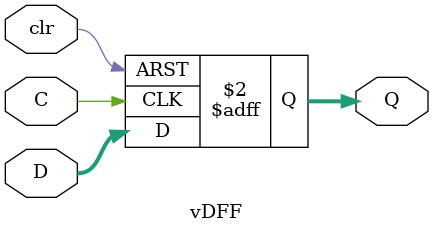
<source format=v>
module Synchronizer(async_sig, outclk, out_sync_sig);
	input async_sig, outclk;
	output out_sync_sig;

	wire FDC1OUT, FDC2OUT, FDC3OUT, FDC_1OUT;
	wire VCC, GND;
	
	assign VCC = 1'b1;
	assign GND = 1'b0;
	
	vDFF #(1) FDC1 	(.C(async_sig),	.D(VCC), 	.Q(FDC1OUT),	 .clr(FDC_1OUT)	);
	vDFF #(1) FDC2 	(.C(outclk), 	.D(FDC1OUT), 	.Q(FDC2OUT),	 .clr(GND)	);	
	vDFF #(1) FDC3 	(.C(outclk), 	.D(FDC2OUT),	.Q(FDC3OUT),	 .clr(GND)	);
	vDFF #(1) FDC_1	(.C(outclk), 	.D(FDC3OUT), 	.Q(FDC_1OUT), 	 .clr(GND)	);

	assign out_sync_sig = FDC3OUT;

endmodule

module vDFF(C,D,Q,clr);

	parameter n = 6;

	input		C, clr;
	input 	       [n-1:0] D;
	output reg     [n-1:0] Q;
	
	always@(posedge C or posedge clr) begin
		if (clr) Q = 0;
		else Q = D;
	end

endmodule

</source>
